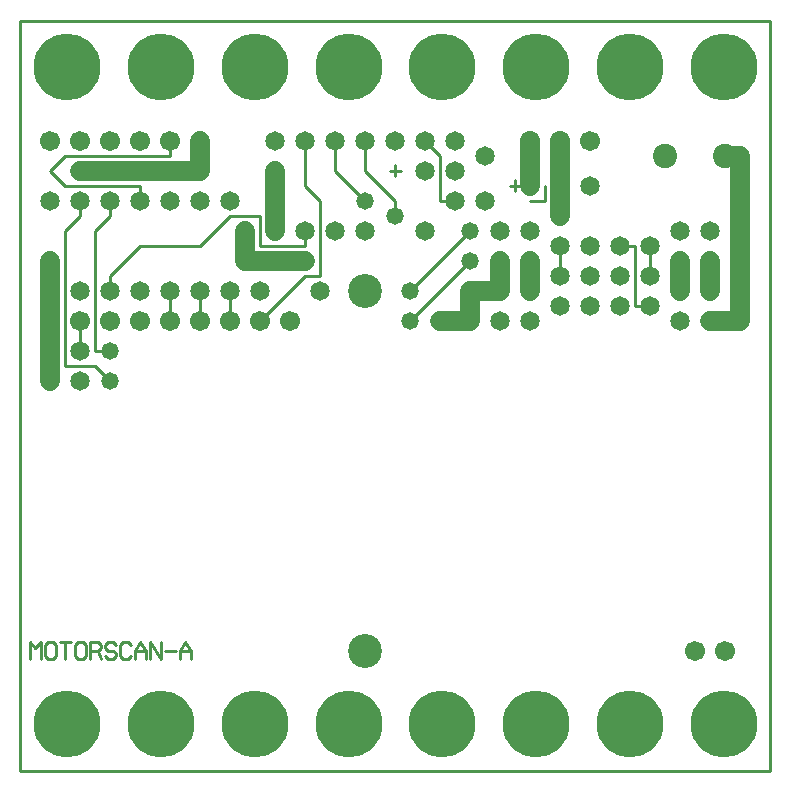
<source format=gtl>
%MOIN*%
%FSLAX25Y25*%
G04 D10 used for Character Trace; *
G04     Circle (OD=.01000) (No hole)*
G04 D11 used for Power Trace; *
G04     Circle (OD=.06700) (No hole)*
G04 D12 used for Signal Trace; *
G04     Circle (OD=.01100) (No hole)*
G04 D13 used for Via; *
G04     Circle (OD=.05800) (Round. Hole ID=.02800)*
G04 D14 used for Component hole; *
G04     Circle (OD=.06500) (Round. Hole ID=.03500)*
G04 D15 used for Component hole; *
G04     Circle (OD=.06700) (Round. Hole ID=.04300)*
G04 D16 used for Component hole; *
G04     Circle (OD=.08100) (Round. Hole ID=.05100)*
G04 D17 used for Component hole; *
G04     Circle (OD=.08900) (Round. Hole ID=.05900)*
G04 D18 used for Component hole; *
G04     Circle (OD=.11300) (Round. Hole ID=.08300)*
G04 D19 used for Component hole; *
G04     Circle (OD=.16000) (Round. Hole ID=.13000)*
G04 D20 used for Component hole; *
G04     Circle (OD=.18300) (Round. Hole ID=.15300)*
G04 D21 used for Component hole; *
G04     Circle (OD=.22291) (Round. Hole ID=.19291)*
%ADD10C,.01000*%
%ADD11C,.06700*%
%ADD12C,.01100*%
%ADD13C,.05800*%
%ADD14C,.06500*%
%ADD15C,.06700*%
%ADD16C,.08100*%
%ADD17C,.08900*%
%ADD18C,.11300*%
%ADD19C,.16000*%
%ADD20C,.18300*%
%ADD21C,.22291*%
%IPPOS*%
%LPD*%
G90*X0Y0D02*D21*X15625Y15625D03*D10*              
X3326Y37129D02*Y42871D01*X5000Y40957D01*          
X6674Y42871D01*Y37129D01*X11674Y38086D02*         
X10837Y37129D01*X9163D01*X8326Y38086D01*Y41914D01*
X9163Y42871D01*X10837D01*X11674Y41914D01*         
Y38086D01*X15000Y37129D02*Y42871D01*X13326D02*    
X16674D01*X21674Y38086D02*X20837Y37129D01*        
X19163D01*X18326Y38086D01*Y41914D01*              
X19163Y42871D01*X20837D01*X21674Y41914D01*        
Y38086D01*X23326Y37129D02*Y42871D01*X25837D01*    
X26674Y41914D01*Y40957D01*X25837Y40000D01*        
X23326D01*X25837D02*X26674Y37129D01*              
X31674Y41914D02*X30837Y42871D01*X29163D01*        
X28326Y41914D01*Y40957D01*X29163Y40000D01*        
X30837D01*X31674Y39043D01*Y38086D01*              
X30837Y37129D01*X29163D01*X28326Y38086D01*        
X36674D02*X35837Y37129D01*X34163D01*              
X33326Y38086D01*Y41914D01*X34163Y42871D01*        
X35837D01*X36674Y41914D01*X38326Y37129D02*        
Y40000D01*X40000Y42871D01*X41674Y40000D01*        
Y37129D01*X38326Y40000D02*X41674D01*              
X43326Y37129D02*Y42871D01*X46674Y37129D01*        
Y42871D01*X48326Y40000D02*X51674D01*              
X53326Y37129D02*Y40000D01*X55000Y42871D01*        
X56674Y40000D01*Y37129D01*X53326Y40000D02*        
X56674D01*D21*X46875Y15625D03*X78125D03*          
X109375D03*D18*X115000Y40000D03*D13*              
X30000Y130000D03*D12*X25000Y135000D01*X15000D01*  
Y180000D01*X20000Y185000D01*Y190000D01*D14*D03*   
D12*X15000Y195000D02*X40000D01*Y190000D01*D14*D03*
X50000D03*X30000D03*D12*Y185000D01*               
X25000Y180000D01*Y140000D01*X30000D01*D13*D03*D15*
X40000Y150000D03*X20000D03*D12*Y140000D01*D14*D03*
D15*X30000Y150000D03*D14*X10000Y130000D03*D11*    
Y140000D01*D14*D03*D11*Y160000D01*D14*D03*D11*    
Y170000D01*D13*D03*D14*X20000Y160000D03*X30000D03*
D12*Y165000D01*X40000Y175000D01*X60000D01*        
X70000Y185000D01*X80000D01*Y175000D01*X95000D01*  
Y180000D01*D14*D03*D12*X100000Y165000D02*         
Y190000D01*X95000Y165000D02*X100000D01*           
X80000Y150000D02*X95000Y165000D01*D15*            
X80000Y150000D03*D14*X70000Y160000D03*D12*        
Y150000D01*D15*D03*D14*X80000Y160000D03*X60000D03*
D12*Y150000D01*D15*D03*D14*X50000Y160000D03*D12*  
Y150000D01*D15*D03*D14*X40000Y160000D03*D11*      
X75000Y170000D02*X95000D01*D13*D03*D14*           
X105000Y180000D03*X85000D03*D11*Y200000D01*D13*   
D03*D14*X95000Y210000D03*D12*Y195000D01*          
X100000Y190000D01*X115000D02*X105000Y200000D01*   
D13*X115000Y190000D03*D10*X123326Y200000D02*      
X126674D01*X125000Y201914D02*Y198086D01*D12*      
X105000Y200000D02*Y210000D01*D14*D03*D12*         
X125000Y190000D02*X115000Y200000D01*              
X125000Y185000D02*Y190000D01*D13*Y185000D03*D14*  
X135000Y180000D03*X115000D03*X135000Y200000D03*   
D12*X140000Y190000D02*X145000D01*D14*D03*D12*     
X140000D02*Y205000D01*X135000Y210000D01*D14*D03*  
X145000Y200000D03*Y210000D03*X125000D03*          
X155000Y190000D03*Y205000D03*X115000Y210000D03*   
D12*Y200000D01*D14*X85000Y210000D03*D21*          
X78125Y234375D03*D13*X150000Y170000D03*D12*       
X130000Y150000D01*D13*D03*X140000D03*D11*         
X150000D01*Y160000D01*X160000D01*D14*D03*D11*     
Y170000D01*D14*D03*X170000Y160000D03*D11*         
Y170000D01*D14*D03*X160000Y180000D03*             
X180000Y165000D03*D12*Y175000D01*D14*D03*         
X190000Y165000D03*X170000Y180000D03*              
X190000Y175000D03*D13*X180000Y185000D03*D11*      
Y210000D01*D15*D03*X190000D03*X170000D03*D11*     
Y195000D01*D14*D03*D12*Y190000D02*X175000D01*     
Y195000D01*D10*X163326D02*X166674D01*             
X165000Y196914D02*Y193086D01*D14*                 
X190000Y195000D03*X200000Y165000D03*Y175000D03*   
D12*X205000D01*Y155000D01*X210000D01*D14*D03*     
X220000Y150000D03*X210000Y165000D03*D12*          
Y175000D01*D14*D03*X220000Y170000D03*D11*         
Y160000D01*D14*D03*X230000Y150000D03*D11*         
X240000D01*Y205000D01*X235000D01*D16*D03*         
X215000D03*D14*X220000Y180000D03*X230000D03*D21*  
X203125Y234375D03*X234375D03*D14*                 
X230000Y170000D03*D11*Y160000D01*D14*D03*         
X200000Y155000D03*X190000D03*X180000D03*          
X170000Y150000D03*X160000D03*D21*                 
X171875Y234375D03*D13*X150000Y180000D03*D12*      
X130000Y160000D01*D13*D03*D18*X115000D03*D14*     
X100000D03*D15*X90000Y150000D03*D13*              
X75000Y180000D03*D11*Y170000D01*D14*              
X70000Y190000D03*X60000D03*D11*X20000Y200000D02*  
X60000D01*D13*X20000D03*D12*X10000D02*            
X15000Y205000D01*Y195000D02*X10000Y200000D01*D14* 
Y190000D03*D12*X15000Y205000D02*X50000D01*        
Y210000D01*D15*D03*D11*X60000Y200000D02*          
Y210000D01*D13*D03*D15*X40000D03*D21*             
X46875Y234375D03*D15*X30000Y210000D03*X20000D03*  
D21*X15625Y234375D03*D15*X10000Y210000D03*D21*    
X109375Y234375D03*D12*X0Y0D02*Y250000D01*Y0D02*   
X250000D01*Y250000D01*X0D01*D14*X20000Y130000D03* 
D21*X140625Y234375D03*D15*X225000Y40000D03*D21*   
X234375Y15625D03*D15*X235000Y40000D03*D21*        
X140625Y15625D03*X171875D03*X203125D03*M02*       

</source>
